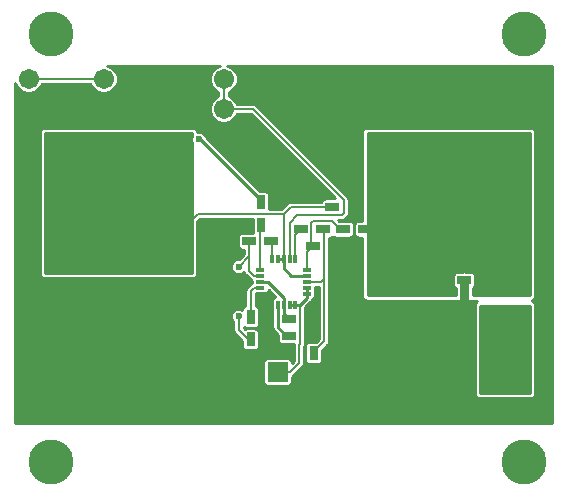
<source format=gbl>
G04 #@! TF.GenerationSoftware,KiCad,Pcbnew,(5.0.2)-1*
G04 #@! TF.CreationDate,2019-01-24T20:45:34+08:00*
G04 #@! TF.ProjectId,Inverter Trial 2,496e7665-7274-4657-9220-547269616c20,rev?*
G04 #@! TF.SameCoordinates,Original*
G04 #@! TF.FileFunction,Copper,L2,Bot*
G04 #@! TF.FilePolarity,Positive*
%FSLAX46Y46*%
G04 Gerber Fmt 4.6, Leading zero omitted, Abs format (unit mm)*
G04 Created by KiCad (PCBNEW (5.0.2)-1) date 01/24/19 20:45:34*
%MOMM*%
%LPD*%
G01*
G04 APERTURE LIST*
G04 #@! TA.AperFunction,ComponentPad*
%ADD10C,3.800000*%
G04 #@! TD*
G04 #@! TA.AperFunction,SMDPad,CuDef*
%ADD11R,0.730000X0.300000*%
G04 #@! TD*
G04 #@! TA.AperFunction,SMDPad,CuDef*
%ADD12R,0.300000X0.730000*%
G04 #@! TD*
G04 #@! TA.AperFunction,SMDPad,CuDef*
%ADD13R,2.500000X4.000000*%
G04 #@! TD*
G04 #@! TA.AperFunction,SMDPad,CuDef*
%ADD14R,1.200000X0.750000*%
G04 #@! TD*
G04 #@! TA.AperFunction,ComponentPad*
%ADD15C,1.716000*%
G04 #@! TD*
G04 #@! TA.AperFunction,ComponentPad*
%ADD16R,1.716000X1.716000*%
G04 #@! TD*
G04 #@! TA.AperFunction,ComponentPad*
%ADD17C,2.216000*%
G04 #@! TD*
G04 #@! TA.AperFunction,ComponentPad*
%ADD18R,2.216000X2.216000*%
G04 #@! TD*
G04 #@! TA.AperFunction,SMDPad,CuDef*
%ADD19R,0.750000X1.200000*%
G04 #@! TD*
G04 #@! TA.AperFunction,ViaPad*
%ADD20C,0.900000*%
G04 #@! TD*
G04 #@! TA.AperFunction,ViaPad*
%ADD21C,0.600000*%
G04 #@! TD*
G04 #@! TA.AperFunction,Conductor*
%ADD22C,0.203200*%
G04 #@! TD*
G04 #@! TA.AperFunction,Conductor*
%ADD23C,0.800000*%
G04 #@! TD*
G04 #@! TA.AperFunction,Conductor*
%ADD24C,0.250000*%
G04 #@! TD*
G04 #@! TA.AperFunction,Conductor*
%ADD25C,0.254000*%
G04 #@! TD*
G04 APERTURE END LIST*
D10*
G04 #@! TO.P,REF\002A\002A,1*
G04 #@! TO.N,N/C*
X192405000Y-30480000D03*
G04 #@! TD*
G04 #@! TO.P,REF\002A\002A,1*
G04 #@! TO.N,N/C*
X192405000Y-66675000D03*
G04 #@! TD*
G04 #@! TO.P,REF\002A\002A,1*
G04 #@! TO.N,N/C*
X152400000Y-66675000D03*
G04 #@! TD*
D11*
G04 #@! TO.P,U1,20*
G04 #@! TO.N,Net-(R4-Pad2)*
X170130000Y-50435000D03*
G04 #@! TO.P,U1,19*
G04 #@! TO.N,Net-(C8-Pad2)*
X170130000Y-50935000D03*
G04 #@! TO.P,U1,18*
G04 #@! TO.N,Net-(C4-Pad1)*
X170130000Y-51435000D03*
G04 #@! TO.P,U1,17*
G04 #@! TO.N,Net-(R5-Pad2)*
X170130000Y-51935000D03*
G04 #@! TO.P,U1,16*
G04 #@! TO.N,GND*
X170130000Y-52435000D03*
D12*
G04 #@! TO.P,U1,15*
X171095000Y-53400000D03*
G04 #@! TO.P,U1,14*
G04 #@! TO.N,Net-(C7-Pad1)*
X171595000Y-53400000D03*
G04 #@! TO.P,U1,13*
G04 #@! TO.N,Net-(C4-Pad1)*
X172095000Y-53400000D03*
G04 #@! TO.P,U1,12*
G04 #@! TO.N,Net-(C12-Pad1)*
X172595000Y-53400000D03*
G04 #@! TO.P,U1,11*
X173095000Y-53400000D03*
D11*
G04 #@! TO.P,U1,10*
X174060000Y-52435000D03*
G04 #@! TO.P,U1,9*
X174060000Y-51935000D03*
G04 #@! TO.P,U1,8*
G04 #@! TO.N,Net-(R2-Pad1)*
X174060000Y-51435000D03*
G04 #@! TO.P,U1,7*
G04 #@! TO.N,Net-(C1-Pad1)*
X174060000Y-50935000D03*
G04 #@! TO.P,U1,6*
G04 #@! TO.N,/Vfb*
X174060000Y-50435000D03*
D12*
G04 #@! TO.P,U1,5*
G04 #@! TO.N,Net-(R2-Pad2)*
X173095000Y-49470000D03*
G04 #@! TO.P,U1,4*
G04 #@! TO.N,Net-(C5-Pad1)*
X172595000Y-49470000D03*
G04 #@! TO.P,U1,3*
G04 #@! TO.N,Net-(C1-Pad1)*
X172095000Y-49470000D03*
G04 #@! TO.P,U1,2*
X171595000Y-49470000D03*
G04 #@! TO.P,U1,1*
G04 #@! TO.N,Net-(C8-Pad1)*
X171095000Y-49470000D03*
G04 #@! TD*
D13*
G04 #@! TO.P,C2,1*
G04 #@! TO.N,Net-(C1-Pad1)*
X163195000Y-48070000D03*
G04 #@! TO.P,C2,2*
G04 #@! TO.N,GND*
X163195000Y-56070000D03*
G04 #@! TD*
D14*
G04 #@! TO.P,C3,2*
G04 #@! TO.N,GND*
X178115000Y-45085000D03*
G04 #@! TO.P,C3,1*
G04 #@! TO.N,Net-(C1-Pad1)*
X176215000Y-45085000D03*
G04 #@! TD*
G04 #@! TO.P,C4,1*
G04 #@! TO.N,Net-(C4-Pad1)*
X172532000Y-54610000D03*
G04 #@! TO.P,C4,2*
G04 #@! TO.N,GND*
X174432000Y-54610000D03*
G04 #@! TD*
D15*
G04 #@! TO.P,C5,2*
G04 #@! TO.N,GND*
X161925000Y-36830000D03*
X164465000Y-36830000D03*
G04 #@! TO.P,C5,1*
G04 #@! TO.N,Net-(C5-Pad1)*
X167005000Y-36830000D03*
G04 #@! TD*
G04 #@! TO.P,C6,1*
G04 #@! TO.N,Net-(C6-Pad1)*
X150495000Y-34290000D03*
G04 #@! TO.P,C6,2*
G04 #@! TO.N,GND*
X150495000Y-36830000D03*
X150495000Y-39370000D03*
G04 #@! TD*
D14*
G04 #@! TO.P,C7,2*
G04 #@! TO.N,GND*
X174432000Y-56007000D03*
G04 #@! TO.P,C7,1*
G04 #@! TO.N,Net-(C7-Pad1)*
X172532000Y-56007000D03*
G04 #@! TD*
G04 #@! TO.P,C8,1*
G04 #@! TO.N,Net-(C8-Pad1)*
X171064000Y-48006000D03*
G04 #@! TO.P,C8,2*
G04 #@! TO.N,Net-(C8-Pad2)*
X169164000Y-48006000D03*
G04 #@! TD*
D13*
G04 #@! TO.P,C10,1*
G04 #@! TO.N,Net-(C10-Pad1)*
X180975000Y-50610000D03*
G04 #@! TO.P,C10,2*
G04 #@! TO.N,GND*
X180975000Y-58610000D03*
G04 #@! TD*
D14*
G04 #@! TO.P,C11,1*
G04 #@! TO.N,Net-(C10-Pad1)*
X189291000Y-51308000D03*
G04 #@! TO.P,C11,2*
G04 #@! TO.N,GND*
X187391000Y-51308000D03*
G04 #@! TD*
D15*
G04 #@! TO.P,C12,2*
G04 #@! TO.N,GND*
X171577000Y-61595000D03*
D16*
G04 #@! TO.P,C12,1*
G04 #@! TO.N,Net-(C12-Pad1)*
X171577000Y-59055000D03*
G04 #@! TD*
D17*
G04 #@! TO.P,J1,2*
G04 #@! TO.N,Net-(C1-Pad1)*
X153035000Y-49530000D03*
D18*
G04 #@! TO.P,J1,1*
X153035000Y-44450000D03*
G04 #@! TD*
G04 #@! TO.P,J2,1*
G04 #@! TO.N,GND*
X153035000Y-54610000D03*
D17*
G04 #@! TO.P,J2,2*
X153035000Y-59690000D03*
G04 #@! TD*
D18*
G04 #@! TO.P,J3,1*
G04 #@! TO.N,Net-(C10-Pad1)*
X191770000Y-44450000D03*
D17*
G04 #@! TO.P,J3,2*
X191770000Y-49530000D03*
G04 #@! TD*
G04 #@! TO.P,J4,2*
G04 #@! TO.N,Net-(J4-Pad1)*
X191770000Y-59690000D03*
D18*
G04 #@! TO.P,J4,1*
X191770000Y-54610000D03*
G04 #@! TD*
D15*
G04 #@! TO.P,R1,2*
G04 #@! TO.N,Net-(C5-Pad1)*
X167005000Y-34290000D03*
G04 #@! TO.P,R1,1*
G04 #@! TO.N,Net-(C6-Pad1)*
X156845000Y-34290000D03*
G04 #@! TD*
D14*
G04 #@! TO.P,R2,1*
G04 #@! TO.N,Net-(R2-Pad1)*
X175448000Y-46990000D03*
G04 #@! TO.P,R2,2*
G04 #@! TO.N,Net-(R2-Pad2)*
X173548000Y-46990000D03*
G04 #@! TD*
D19*
G04 #@! TO.P,R3,1*
G04 #@! TO.N,GND*
X174625000Y-59370000D03*
G04 #@! TO.P,R3,2*
G04 #@! TO.N,Net-(R2-Pad1)*
X174625000Y-57470000D03*
G04 #@! TD*
G04 #@! TO.P,R4,1*
G04 #@! TO.N,Net-(Q1-Pad4)*
X170180000Y-44704000D03*
G04 #@! TO.P,R4,2*
G04 #@! TO.N,Net-(R4-Pad2)*
X170180000Y-46604000D03*
G04 #@! TD*
G04 #@! TO.P,R5,2*
G04 #@! TO.N,Net-(R5-Pad2)*
X169291000Y-54422000D03*
G04 #@! TO.P,R5,1*
G04 #@! TO.N,Net-(Q2-Pad4)*
X169291000Y-56322000D03*
G04 #@! TD*
D14*
G04 #@! TO.P,R6,2*
G04 #@! TO.N,Net-(C10-Pad1)*
X179004000Y-46990000D03*
G04 #@! TO.P,R6,1*
G04 #@! TO.N,/Vfb*
X177104000Y-46990000D03*
G04 #@! TD*
G04 #@! TO.P,R7,2*
G04 #@! TO.N,/Vfb*
X174564000Y-48387000D03*
G04 #@! TO.P,R7,1*
G04 #@! TO.N,GND*
X176464000Y-48387000D03*
G04 #@! TD*
G04 #@! TO.P,R9,1*
G04 #@! TO.N,GND*
X187330000Y-53975000D03*
G04 #@! TO.P,R9,2*
G04 #@! TO.N,Net-(J4-Pad1)*
X189230000Y-53975000D03*
G04 #@! TD*
G04 #@! TO.P,R10,2*
G04 #@! TO.N,Net-(J4-Pad1)*
X189230000Y-55880000D03*
G04 #@! TO.P,R10,1*
G04 #@! TO.N,GND*
X187330000Y-55880000D03*
G04 #@! TD*
G04 #@! TO.P,R11,1*
G04 #@! TO.N,GND*
X187330000Y-57785000D03*
G04 #@! TO.P,R11,2*
G04 #@! TO.N,Net-(J4-Pad1)*
X189230000Y-57785000D03*
G04 #@! TD*
G04 #@! TO.P,R12,2*
G04 #@! TO.N,Net-(J4-Pad1)*
X189230000Y-59690000D03*
G04 #@! TO.P,R12,1*
G04 #@! TO.N,GND*
X187330000Y-59690000D03*
G04 #@! TD*
D10*
G04 #@! TO.P,REF\002A\002A,1*
G04 #@! TO.N,N/C*
X152400000Y-30480000D03*
G04 #@! TD*
D20*
G04 #@! TO.N,GND*
X158115000Y-59690000D03*
X160020000Y-59690000D03*
X161925000Y-59690000D03*
X163830000Y-59690000D03*
X165735000Y-59690000D03*
X183515000Y-60960000D03*
X181610000Y-61595000D03*
X179705000Y-61595000D03*
X178435000Y-60960000D03*
G04 #@! TO.N,Net-(C1-Pad1)*
X158750000Y-40005000D03*
X158750000Y-42545000D03*
X158750000Y-45085000D03*
X161290000Y-45085000D03*
X163830000Y-45085000D03*
X157480000Y-43815000D03*
X157480000Y-41275000D03*
D21*
G04 #@! TO.N,Net-(C8-Pad2)*
X168275000Y-50165000D03*
D20*
G04 #@! TO.N,Net-(C10-Pad1)*
X186055000Y-40005000D03*
X187325000Y-40005000D03*
X188595000Y-40005000D03*
X189865000Y-40005000D03*
X191135000Y-40005000D03*
X184785000Y-45085000D03*
X186055000Y-46355000D03*
X186055000Y-42545000D03*
X184785000Y-47625000D03*
D21*
G04 #@! TO.N,Net-(Q1-Pad4)*
X164910002Y-39370000D03*
G04 #@! TO.N,Net-(Q2-Pad4)*
X168275000Y-54356000D03*
G04 #@! TD*
D22*
G04 #@! TO.N,GND*
X174207000Y-56007000D02*
X174432000Y-56007000D01*
X187391000Y-53914000D02*
X187330000Y-53975000D01*
D23*
X187391000Y-51308000D02*
X187391000Y-53914000D01*
D24*
G04 #@! TO.N,Net-(C1-Pad1)*
X171595000Y-49470000D02*
X172095000Y-49470000D01*
X174060000Y-50935000D02*
X172728000Y-50935000D01*
X172095000Y-50302000D02*
X172095000Y-49470000D01*
X172728000Y-50935000D02*
X172095000Y-50302000D01*
D22*
X172095000Y-48901800D02*
X172095000Y-49470000D01*
X172095000Y-46925118D02*
X172095000Y-48901800D01*
X163195000Y-47320000D02*
X163195000Y-48070000D01*
X164812601Y-45702399D02*
X163195000Y-47320000D01*
X171051399Y-45702399D02*
X164812601Y-45702399D01*
X171069000Y-45720000D02*
X171051399Y-45702399D01*
X172339000Y-45466000D02*
X172085000Y-45720000D01*
X172085000Y-45720000D02*
X171069000Y-45720000D01*
X172095000Y-45710000D02*
X172339000Y-45466000D01*
X172095000Y-46925118D02*
X172095000Y-45710000D01*
X176215000Y-45085000D02*
X172720000Y-45085000D01*
X172720000Y-45085000D02*
X172339000Y-45466000D01*
D24*
G04 #@! TO.N,Net-(C4-Pad1)*
X172095000Y-52785000D02*
X172095000Y-53400000D01*
X170745000Y-51435000D02*
X172095000Y-52785000D01*
X170130000Y-51435000D02*
X170745000Y-51435000D01*
X172095000Y-54173000D02*
X172532000Y-54610000D01*
X172095000Y-53400000D02*
X172095000Y-54173000D01*
D22*
G04 #@! TO.N,Net-(C5-Pad1)*
X167005000Y-34290000D02*
X167005000Y-36830000D01*
X177056281Y-45761601D02*
X177165000Y-45652882D01*
X173258517Y-45761601D02*
X177056281Y-45761601D01*
X172595000Y-49470000D02*
X172595000Y-46425118D01*
X172595000Y-46425118D02*
X173258517Y-45761601D01*
X168218395Y-36830000D02*
X167005000Y-36830000D01*
X169477882Y-36830000D02*
X168218395Y-36830000D01*
X177165000Y-44517118D02*
X169477882Y-36830000D01*
X177165000Y-45652882D02*
X177165000Y-44517118D01*
G04 #@! TO.N,Net-(C6-Pad1)*
X150495000Y-34290000D02*
X156845000Y-34290000D01*
D24*
G04 #@! TO.N,Net-(C7-Pad1)*
X172307000Y-56007000D02*
X172532000Y-56007000D01*
X171595000Y-55295000D02*
X172307000Y-56007000D01*
X171595000Y-53400000D02*
X171595000Y-55295000D01*
D22*
G04 #@! TO.N,Net-(C8-Pad1)*
X171095000Y-48037000D02*
X171064000Y-48006000D01*
X171095000Y-49470000D02*
X171095000Y-48037000D01*
G04 #@! TO.N,Net-(C8-Pad2)*
X169164000Y-48584200D02*
X169164000Y-48006000D01*
X169164000Y-50537200D02*
X169164000Y-48584200D01*
X169561800Y-50935000D02*
X169164000Y-50537200D01*
X170130000Y-50935000D02*
X169561800Y-50935000D01*
X169164000Y-48006000D02*
X169164000Y-49276000D01*
X169164000Y-49276000D02*
X168275000Y-50165000D01*
G04 #@! TO.N,Net-(C10-Pad1)*
X190662001Y-50637999D02*
X191770000Y-49530000D01*
X189992000Y-51308000D02*
X190662001Y-50637999D01*
X189291000Y-51308000D02*
X189992000Y-51308000D01*
X182055000Y-49530000D02*
X180975000Y-50610000D01*
D24*
G04 #@! TO.N,Net-(C12-Pad1)*
X172595000Y-53400000D02*
X173095000Y-53400000D01*
X174060000Y-52835000D02*
X174060000Y-52435000D01*
X173095000Y-53400000D02*
X173495000Y-53400000D01*
X173495000Y-53400000D02*
X174060000Y-52835000D01*
X174060000Y-51935000D02*
X174060000Y-52435000D01*
D22*
X172638200Y-59055000D02*
X171577000Y-59055000D01*
X173372601Y-58320599D02*
X172638200Y-59055000D01*
X173372601Y-56787719D02*
X173372601Y-58320599D01*
X173495000Y-56665320D02*
X173372601Y-56787719D01*
X173495000Y-53400000D02*
X173495000Y-56665320D01*
D24*
G04 #@! TO.N,Net-(Q1-Pad4)*
X165009002Y-39370000D02*
X164910002Y-39370000D01*
X170138999Y-44499997D02*
X165009002Y-39370000D01*
D22*
X165071000Y-39370000D02*
X164910002Y-39370000D01*
X170180000Y-44479000D02*
X165071000Y-39370000D01*
X170180000Y-44704000D02*
X170180000Y-44479000D01*
G04 #@! TO.N,Net-(Q2-Pad4)*
X169291000Y-56322000D02*
X169291000Y-56097000D01*
X169098000Y-56322000D02*
X169291000Y-56322000D01*
X168275000Y-54356000D02*
X168275000Y-55499000D01*
X168275000Y-55499000D02*
X169098000Y-56322000D01*
G04 #@! TO.N,Net-(R2-Pad1)*
X174596000Y-57404000D02*
X174371000Y-57404000D01*
X175509000Y-56491000D02*
X174596000Y-57404000D01*
X175255000Y-51435000D02*
X175509000Y-51181000D01*
X174060000Y-51435000D02*
X175255000Y-51435000D01*
X175509000Y-51181000D02*
X175509000Y-56491000D01*
X175514000Y-47056000D02*
X175448000Y-46990000D01*
X175514000Y-47625000D02*
X175514000Y-47056000D01*
X175509000Y-51181000D02*
X175509000Y-47630000D01*
X175509000Y-47630000D02*
X175514000Y-47625000D01*
G04 #@! TO.N,Net-(R2-Pad2)*
X173095000Y-47443000D02*
X173548000Y-46990000D01*
X173095000Y-49470000D02*
X173095000Y-47443000D01*
G04 #@! TO.N,Net-(R4-Pad2)*
X170130000Y-46654000D02*
X170180000Y-46604000D01*
X170130000Y-50435000D02*
X170130000Y-46654000D01*
G04 #@! TO.N,Net-(R5-Pad2)*
X169561800Y-51935000D02*
X170130000Y-51935000D01*
X169291000Y-52205800D02*
X169561800Y-51935000D01*
X169291000Y-54422000D02*
X169291000Y-52205800D01*
G04 #@! TO.N,/Vfb*
X174060000Y-48891000D02*
X174564000Y-48387000D01*
X174060000Y-50435000D02*
X174060000Y-48891000D01*
X176202399Y-46313399D02*
X174606719Y-46313399D01*
X176879000Y-46990000D02*
X176202399Y-46313399D01*
X174606719Y-46313399D02*
X174449601Y-46470517D01*
X177104000Y-46990000D02*
X176879000Y-46990000D01*
X174449601Y-47498000D02*
X174449601Y-47694401D01*
X174449601Y-46470517D02*
X174449601Y-47498000D01*
X174449601Y-48272601D02*
X174564000Y-48387000D01*
X174449601Y-47498000D02*
X174449601Y-48272601D01*
G04 #@! TD*
D25*
G04 #@! TO.N,Net-(J4-Pad1)*
G36*
X192913000Y-60833000D02*
X188722000Y-60833000D01*
X188722000Y-53467000D01*
X192913000Y-53467000D01*
X192913000Y-60833000D01*
X192913000Y-60833000D01*
G37*
X192913000Y-60833000D02*
X188722000Y-60833000D01*
X188722000Y-53467000D01*
X192913000Y-53467000D01*
X192913000Y-60833000D01*
G04 #@! TO.N,GND*
G36*
X166333751Y-33285405D02*
X166000405Y-33618751D01*
X165820000Y-34054289D01*
X165820000Y-34525711D01*
X166000405Y-34961249D01*
X166333751Y-35294595D01*
X166576400Y-35395103D01*
X166576401Y-35724897D01*
X166333751Y-35825405D01*
X166000405Y-36158751D01*
X165820000Y-36594289D01*
X165820000Y-37065711D01*
X166000405Y-37501249D01*
X166333751Y-37834595D01*
X166769289Y-38015000D01*
X167240711Y-38015000D01*
X167676249Y-37834595D01*
X168009595Y-37501249D01*
X168110103Y-37258600D01*
X169300352Y-37258600D01*
X176418344Y-44376594D01*
X175615000Y-44376594D01*
X175487411Y-44401973D01*
X175379246Y-44474246D01*
X175306973Y-44582411D01*
X175292256Y-44656400D01*
X172762204Y-44656400D01*
X172719999Y-44648005D01*
X172677794Y-44656400D01*
X172677790Y-44656400D01*
X172552769Y-44681268D01*
X172410997Y-44775997D01*
X172387086Y-44811782D01*
X172065783Y-45133087D01*
X172065781Y-45133088D01*
X171907470Y-45291400D01*
X171182096Y-45291400D01*
X171093609Y-45273799D01*
X171093608Y-45273799D01*
X171051399Y-45265403D01*
X171009190Y-45273799D01*
X170888406Y-45273799D01*
X170888406Y-44104000D01*
X170863027Y-43976411D01*
X170790754Y-43868246D01*
X170682589Y-43795973D01*
X170555000Y-43770594D01*
X170077726Y-43770594D01*
X165526105Y-39218975D01*
X165441547Y-39014833D01*
X165265169Y-38838455D01*
X165034720Y-38743000D01*
X164792000Y-38743000D01*
X164792000Y-38735000D01*
X164767109Y-38609863D01*
X164696224Y-38503776D01*
X164590137Y-38432891D01*
X164465000Y-38408000D01*
X151765000Y-38408000D01*
X151639863Y-38432891D01*
X151533776Y-38503776D01*
X151462891Y-38609863D01*
X151438000Y-38735000D01*
X151438000Y-50800000D01*
X151462891Y-50925137D01*
X151533776Y-51031224D01*
X151639863Y-51102109D01*
X151765000Y-51127000D01*
X164465000Y-51127000D01*
X164590137Y-51102109D01*
X164696224Y-51031224D01*
X164767109Y-50925137D01*
X164792000Y-50800000D01*
X164792000Y-46329132D01*
X164990133Y-46130999D01*
X169471594Y-46130999D01*
X169471594Y-47204000D01*
X169490211Y-47297594D01*
X168564000Y-47297594D01*
X168436411Y-47322973D01*
X168328246Y-47395246D01*
X168255973Y-47503411D01*
X168230594Y-47631000D01*
X168230594Y-48381000D01*
X168255973Y-48508589D01*
X168328246Y-48616754D01*
X168436411Y-48689027D01*
X168564000Y-48714406D01*
X168735401Y-48714406D01*
X168735401Y-49098468D01*
X168295869Y-49538000D01*
X168150282Y-49538000D01*
X167919833Y-49633455D01*
X167743455Y-49809833D01*
X167648000Y-50040282D01*
X167648000Y-50289718D01*
X167743455Y-50520167D01*
X167919833Y-50696545D01*
X168150282Y-50792000D01*
X168399718Y-50792000D01*
X168630167Y-50696545D01*
X168737375Y-50589337D01*
X168760268Y-50704430D01*
X168854997Y-50846203D01*
X168890787Y-50870117D01*
X169228886Y-51208218D01*
X169252797Y-51244003D01*
X169394569Y-51338732D01*
X169431594Y-51346097D01*
X169431594Y-51523903D01*
X169394569Y-51531268D01*
X169252797Y-51625997D01*
X169228884Y-51661785D01*
X169017785Y-51872885D01*
X168981998Y-51896797D01*
X168919036Y-51991027D01*
X168887269Y-52038569D01*
X168854004Y-52205800D01*
X168862401Y-52248014D01*
X168862400Y-53499256D01*
X168788411Y-53513973D01*
X168680246Y-53586246D01*
X168607973Y-53694411D01*
X168585764Y-53806063D01*
X168399718Y-53729000D01*
X168150282Y-53729000D01*
X167919833Y-53824455D01*
X167743455Y-54000833D01*
X167648000Y-54231282D01*
X167648000Y-54480718D01*
X167743455Y-54711167D01*
X167846400Y-54814112D01*
X167846401Y-55456787D01*
X167838004Y-55499000D01*
X167856983Y-55594411D01*
X167871269Y-55666231D01*
X167965998Y-55808003D01*
X168001785Y-55831915D01*
X168582594Y-56412725D01*
X168582594Y-56922000D01*
X168607973Y-57049589D01*
X168680246Y-57157754D01*
X168788411Y-57230027D01*
X168916000Y-57255406D01*
X169666000Y-57255406D01*
X169793589Y-57230027D01*
X169901754Y-57157754D01*
X169974027Y-57049589D01*
X169999406Y-56922000D01*
X169999406Y-55722000D01*
X169974027Y-55594411D01*
X169901754Y-55486246D01*
X169793589Y-55413973D01*
X169666000Y-55388594D01*
X168916000Y-55388594D01*
X168794827Y-55412697D01*
X168703600Y-55321470D01*
X168703600Y-55273359D01*
X168788411Y-55330027D01*
X168916000Y-55355406D01*
X169666000Y-55355406D01*
X169793589Y-55330027D01*
X169901754Y-55257754D01*
X169974027Y-55149589D01*
X169999406Y-55022000D01*
X169999406Y-53822000D01*
X169974027Y-53694411D01*
X169901754Y-53586246D01*
X169793589Y-53513973D01*
X169719600Y-53499256D01*
X169719600Y-52409375D01*
X169765000Y-52418406D01*
X170495000Y-52418406D01*
X170622589Y-52393027D01*
X170730754Y-52320754D01*
X170803027Y-52212589D01*
X170816356Y-52145580D01*
X171384419Y-52713644D01*
X171317411Y-52726973D01*
X171209246Y-52799246D01*
X171136973Y-52907411D01*
X171111594Y-53035000D01*
X171111594Y-53765000D01*
X171136973Y-53892589D01*
X171143000Y-53901610D01*
X171143001Y-55250478D01*
X171134145Y-55295000D01*
X171169225Y-55471361D01*
X171191702Y-55505000D01*
X171269127Y-55620874D01*
X171306867Y-55646091D01*
X171598594Y-55937818D01*
X171598594Y-56382000D01*
X171623973Y-56509589D01*
X171696246Y-56617754D01*
X171804411Y-56690027D01*
X171932000Y-56715406D01*
X172949989Y-56715406D01*
X172944001Y-56745509D01*
X172935605Y-56787719D01*
X172944001Y-56829928D01*
X172944002Y-58143067D01*
X172768406Y-58318663D01*
X172768406Y-58197000D01*
X172743027Y-58069411D01*
X172670754Y-57961246D01*
X172562589Y-57888973D01*
X172435000Y-57863594D01*
X170719000Y-57863594D01*
X170591411Y-57888973D01*
X170483246Y-57961246D01*
X170410973Y-58069411D01*
X170385594Y-58197000D01*
X170385594Y-59913000D01*
X170410973Y-60040589D01*
X170483246Y-60148754D01*
X170591411Y-60221027D01*
X170719000Y-60246406D01*
X172435000Y-60246406D01*
X172562589Y-60221027D01*
X172670754Y-60148754D01*
X172743027Y-60040589D01*
X172768406Y-59913000D01*
X172768406Y-59466097D01*
X172805431Y-59458732D01*
X172947203Y-59364003D01*
X172971117Y-59328213D01*
X173645819Y-58653513D01*
X173681604Y-58629602D01*
X173776333Y-58487830D01*
X173801201Y-58362809D01*
X173801201Y-58362808D01*
X173809597Y-58320599D01*
X173801201Y-58278390D01*
X173801201Y-56976195D01*
X173804003Y-56974323D01*
X173898732Y-56832551D01*
X173923600Y-56707530D01*
X173923600Y-56707529D01*
X173931996Y-56665321D01*
X173923600Y-56623112D01*
X173923600Y-53610624D01*
X174348134Y-53186091D01*
X174385874Y-53160874D01*
X174485775Y-53011362D01*
X174507530Y-52901990D01*
X174552589Y-52893027D01*
X174660754Y-52820754D01*
X174733027Y-52712589D01*
X174758406Y-52585000D01*
X174758406Y-52285000D01*
X174738515Y-52185000D01*
X174758406Y-52085000D01*
X174758406Y-51863600D01*
X175080400Y-51863600D01*
X175080401Y-56313468D01*
X174857275Y-56536594D01*
X174250000Y-56536594D01*
X174122411Y-56561973D01*
X174014246Y-56634246D01*
X173941973Y-56742411D01*
X173916594Y-56870000D01*
X173916594Y-58070000D01*
X173941973Y-58197589D01*
X174014246Y-58305754D01*
X174122411Y-58378027D01*
X174250000Y-58403406D01*
X175000000Y-58403406D01*
X175127589Y-58378027D01*
X175235754Y-58305754D01*
X175308027Y-58197589D01*
X175333406Y-58070000D01*
X175333406Y-57272724D01*
X175782216Y-56823915D01*
X175818003Y-56800003D01*
X175912732Y-56658231D01*
X175937600Y-56533210D01*
X175937600Y-56533209D01*
X175945996Y-56491000D01*
X175937600Y-56448791D01*
X175937600Y-51223209D01*
X175945996Y-51181001D01*
X175937600Y-51138790D01*
X175937600Y-47698406D01*
X176048000Y-47698406D01*
X176175589Y-47673027D01*
X176276000Y-47605935D01*
X176376411Y-47673027D01*
X176504000Y-47698406D01*
X177704000Y-47698406D01*
X177831589Y-47673027D01*
X177939754Y-47600754D01*
X178012027Y-47492589D01*
X178037406Y-47365000D01*
X178037406Y-46615000D01*
X178070594Y-46615000D01*
X178070594Y-47365000D01*
X178095973Y-47492589D01*
X178168246Y-47600754D01*
X178276411Y-47673027D01*
X178404000Y-47698406D01*
X178743000Y-47698406D01*
X178743000Y-52705000D01*
X178767891Y-52830137D01*
X178838776Y-52936224D01*
X178944863Y-53007109D01*
X179070000Y-53032000D01*
X188499479Y-53032000D01*
X188469863Y-53037891D01*
X188363776Y-53108776D01*
X188292891Y-53214863D01*
X188268000Y-53340000D01*
X188268000Y-60960000D01*
X188292891Y-61085137D01*
X188363776Y-61191224D01*
X188469863Y-61262109D01*
X188595000Y-61287000D01*
X193040000Y-61287000D01*
X193165137Y-61262109D01*
X193271224Y-61191224D01*
X193342109Y-61085137D01*
X193367000Y-60960000D01*
X193367000Y-53340000D01*
X193342109Y-53214863D01*
X193271224Y-53108776D01*
X193165137Y-53037891D01*
X193087760Y-53022500D01*
X193165137Y-53007109D01*
X193271224Y-52936224D01*
X193342109Y-52830137D01*
X193367000Y-52705000D01*
X193367000Y-38735000D01*
X193342109Y-38609863D01*
X193271224Y-38503776D01*
X193165137Y-38432891D01*
X193040000Y-38408000D01*
X179070000Y-38408000D01*
X178944863Y-38432891D01*
X178838776Y-38503776D01*
X178767891Y-38609863D01*
X178743000Y-38735000D01*
X178743000Y-46281594D01*
X178404000Y-46281594D01*
X178276411Y-46306973D01*
X178168246Y-46379246D01*
X178095973Y-46487411D01*
X178070594Y-46615000D01*
X178037406Y-46615000D01*
X178012027Y-46487411D01*
X177939754Y-46379246D01*
X177831589Y-46306973D01*
X177704000Y-46281594D01*
X176776725Y-46281594D01*
X176685332Y-46190201D01*
X177014072Y-46190201D01*
X177056281Y-46198597D01*
X177098490Y-46190201D01*
X177098491Y-46190201D01*
X177223512Y-46165333D01*
X177365284Y-46070604D01*
X177389198Y-46034815D01*
X177438215Y-45985798D01*
X177474003Y-45961885D01*
X177568732Y-45820113D01*
X177593600Y-45695092D01*
X177593600Y-45695091D01*
X177601996Y-45652882D01*
X177593600Y-45610673D01*
X177593600Y-44559328D01*
X177601996Y-44517118D01*
X177568732Y-44349886D01*
X177497913Y-44243899D01*
X177474003Y-44208115D01*
X177438219Y-44184205D01*
X169810799Y-36556787D01*
X169786885Y-36520997D01*
X169645113Y-36426268D01*
X169520092Y-36401400D01*
X169520091Y-36401400D01*
X169477882Y-36393004D01*
X169435673Y-36401400D01*
X168110103Y-36401400D01*
X168009595Y-36158751D01*
X167676249Y-35825405D01*
X167433600Y-35724897D01*
X167433600Y-35395103D01*
X167676249Y-35294595D01*
X168009595Y-34961249D01*
X168190000Y-34525711D01*
X168190000Y-34054289D01*
X168009595Y-33618751D01*
X167676249Y-33285405D01*
X167342108Y-33147000D01*
X194818000Y-33147000D01*
X194818000Y-63373000D01*
X149352000Y-63373000D01*
X149352000Y-34627108D01*
X149490405Y-34961249D01*
X149823751Y-35294595D01*
X150259289Y-35475000D01*
X150730711Y-35475000D01*
X151166249Y-35294595D01*
X151499595Y-34961249D01*
X151600103Y-34718600D01*
X155739897Y-34718600D01*
X155840405Y-34961249D01*
X156173751Y-35294595D01*
X156609289Y-35475000D01*
X157080711Y-35475000D01*
X157516249Y-35294595D01*
X157849595Y-34961249D01*
X158030000Y-34525711D01*
X158030000Y-34054289D01*
X157849595Y-33618751D01*
X157516249Y-33285405D01*
X157182108Y-33147000D01*
X166667892Y-33147000D01*
X166333751Y-33285405D01*
X166333751Y-33285405D01*
G37*
X166333751Y-33285405D02*
X166000405Y-33618751D01*
X165820000Y-34054289D01*
X165820000Y-34525711D01*
X166000405Y-34961249D01*
X166333751Y-35294595D01*
X166576400Y-35395103D01*
X166576401Y-35724897D01*
X166333751Y-35825405D01*
X166000405Y-36158751D01*
X165820000Y-36594289D01*
X165820000Y-37065711D01*
X166000405Y-37501249D01*
X166333751Y-37834595D01*
X166769289Y-38015000D01*
X167240711Y-38015000D01*
X167676249Y-37834595D01*
X168009595Y-37501249D01*
X168110103Y-37258600D01*
X169300352Y-37258600D01*
X176418344Y-44376594D01*
X175615000Y-44376594D01*
X175487411Y-44401973D01*
X175379246Y-44474246D01*
X175306973Y-44582411D01*
X175292256Y-44656400D01*
X172762204Y-44656400D01*
X172719999Y-44648005D01*
X172677794Y-44656400D01*
X172677790Y-44656400D01*
X172552769Y-44681268D01*
X172410997Y-44775997D01*
X172387086Y-44811782D01*
X172065783Y-45133087D01*
X172065781Y-45133088D01*
X171907470Y-45291400D01*
X171182096Y-45291400D01*
X171093609Y-45273799D01*
X171093608Y-45273799D01*
X171051399Y-45265403D01*
X171009190Y-45273799D01*
X170888406Y-45273799D01*
X170888406Y-44104000D01*
X170863027Y-43976411D01*
X170790754Y-43868246D01*
X170682589Y-43795973D01*
X170555000Y-43770594D01*
X170077726Y-43770594D01*
X165526105Y-39218975D01*
X165441547Y-39014833D01*
X165265169Y-38838455D01*
X165034720Y-38743000D01*
X164792000Y-38743000D01*
X164792000Y-38735000D01*
X164767109Y-38609863D01*
X164696224Y-38503776D01*
X164590137Y-38432891D01*
X164465000Y-38408000D01*
X151765000Y-38408000D01*
X151639863Y-38432891D01*
X151533776Y-38503776D01*
X151462891Y-38609863D01*
X151438000Y-38735000D01*
X151438000Y-50800000D01*
X151462891Y-50925137D01*
X151533776Y-51031224D01*
X151639863Y-51102109D01*
X151765000Y-51127000D01*
X164465000Y-51127000D01*
X164590137Y-51102109D01*
X164696224Y-51031224D01*
X164767109Y-50925137D01*
X164792000Y-50800000D01*
X164792000Y-46329132D01*
X164990133Y-46130999D01*
X169471594Y-46130999D01*
X169471594Y-47204000D01*
X169490211Y-47297594D01*
X168564000Y-47297594D01*
X168436411Y-47322973D01*
X168328246Y-47395246D01*
X168255973Y-47503411D01*
X168230594Y-47631000D01*
X168230594Y-48381000D01*
X168255973Y-48508589D01*
X168328246Y-48616754D01*
X168436411Y-48689027D01*
X168564000Y-48714406D01*
X168735401Y-48714406D01*
X168735401Y-49098468D01*
X168295869Y-49538000D01*
X168150282Y-49538000D01*
X167919833Y-49633455D01*
X167743455Y-49809833D01*
X167648000Y-50040282D01*
X167648000Y-50289718D01*
X167743455Y-50520167D01*
X167919833Y-50696545D01*
X168150282Y-50792000D01*
X168399718Y-50792000D01*
X168630167Y-50696545D01*
X168737375Y-50589337D01*
X168760268Y-50704430D01*
X168854997Y-50846203D01*
X168890787Y-50870117D01*
X169228886Y-51208218D01*
X169252797Y-51244003D01*
X169394569Y-51338732D01*
X169431594Y-51346097D01*
X169431594Y-51523903D01*
X169394569Y-51531268D01*
X169252797Y-51625997D01*
X169228884Y-51661785D01*
X169017785Y-51872885D01*
X168981998Y-51896797D01*
X168919036Y-51991027D01*
X168887269Y-52038569D01*
X168854004Y-52205800D01*
X168862401Y-52248014D01*
X168862400Y-53499256D01*
X168788411Y-53513973D01*
X168680246Y-53586246D01*
X168607973Y-53694411D01*
X168585764Y-53806063D01*
X168399718Y-53729000D01*
X168150282Y-53729000D01*
X167919833Y-53824455D01*
X167743455Y-54000833D01*
X167648000Y-54231282D01*
X167648000Y-54480718D01*
X167743455Y-54711167D01*
X167846400Y-54814112D01*
X167846401Y-55456787D01*
X167838004Y-55499000D01*
X167856983Y-55594411D01*
X167871269Y-55666231D01*
X167965998Y-55808003D01*
X168001785Y-55831915D01*
X168582594Y-56412725D01*
X168582594Y-56922000D01*
X168607973Y-57049589D01*
X168680246Y-57157754D01*
X168788411Y-57230027D01*
X168916000Y-57255406D01*
X169666000Y-57255406D01*
X169793589Y-57230027D01*
X169901754Y-57157754D01*
X169974027Y-57049589D01*
X169999406Y-56922000D01*
X169999406Y-55722000D01*
X169974027Y-55594411D01*
X169901754Y-55486246D01*
X169793589Y-55413973D01*
X169666000Y-55388594D01*
X168916000Y-55388594D01*
X168794827Y-55412697D01*
X168703600Y-55321470D01*
X168703600Y-55273359D01*
X168788411Y-55330027D01*
X168916000Y-55355406D01*
X169666000Y-55355406D01*
X169793589Y-55330027D01*
X169901754Y-55257754D01*
X169974027Y-55149589D01*
X169999406Y-55022000D01*
X169999406Y-53822000D01*
X169974027Y-53694411D01*
X169901754Y-53586246D01*
X169793589Y-53513973D01*
X169719600Y-53499256D01*
X169719600Y-52409375D01*
X169765000Y-52418406D01*
X170495000Y-52418406D01*
X170622589Y-52393027D01*
X170730754Y-52320754D01*
X170803027Y-52212589D01*
X170816356Y-52145580D01*
X171384419Y-52713644D01*
X171317411Y-52726973D01*
X171209246Y-52799246D01*
X171136973Y-52907411D01*
X171111594Y-53035000D01*
X171111594Y-53765000D01*
X171136973Y-53892589D01*
X171143000Y-53901610D01*
X171143001Y-55250478D01*
X171134145Y-55295000D01*
X171169225Y-55471361D01*
X171191702Y-55505000D01*
X171269127Y-55620874D01*
X171306867Y-55646091D01*
X171598594Y-55937818D01*
X171598594Y-56382000D01*
X171623973Y-56509589D01*
X171696246Y-56617754D01*
X171804411Y-56690027D01*
X171932000Y-56715406D01*
X172949989Y-56715406D01*
X172944001Y-56745509D01*
X172935605Y-56787719D01*
X172944001Y-56829928D01*
X172944002Y-58143067D01*
X172768406Y-58318663D01*
X172768406Y-58197000D01*
X172743027Y-58069411D01*
X172670754Y-57961246D01*
X172562589Y-57888973D01*
X172435000Y-57863594D01*
X170719000Y-57863594D01*
X170591411Y-57888973D01*
X170483246Y-57961246D01*
X170410973Y-58069411D01*
X170385594Y-58197000D01*
X170385594Y-59913000D01*
X170410973Y-60040589D01*
X170483246Y-60148754D01*
X170591411Y-60221027D01*
X170719000Y-60246406D01*
X172435000Y-60246406D01*
X172562589Y-60221027D01*
X172670754Y-60148754D01*
X172743027Y-60040589D01*
X172768406Y-59913000D01*
X172768406Y-59466097D01*
X172805431Y-59458732D01*
X172947203Y-59364003D01*
X172971117Y-59328213D01*
X173645819Y-58653513D01*
X173681604Y-58629602D01*
X173776333Y-58487830D01*
X173801201Y-58362809D01*
X173801201Y-58362808D01*
X173809597Y-58320599D01*
X173801201Y-58278390D01*
X173801201Y-56976195D01*
X173804003Y-56974323D01*
X173898732Y-56832551D01*
X173923600Y-56707530D01*
X173923600Y-56707529D01*
X173931996Y-56665321D01*
X173923600Y-56623112D01*
X173923600Y-53610624D01*
X174348134Y-53186091D01*
X174385874Y-53160874D01*
X174485775Y-53011362D01*
X174507530Y-52901990D01*
X174552589Y-52893027D01*
X174660754Y-52820754D01*
X174733027Y-52712589D01*
X174758406Y-52585000D01*
X174758406Y-52285000D01*
X174738515Y-52185000D01*
X174758406Y-52085000D01*
X174758406Y-51863600D01*
X175080400Y-51863600D01*
X175080401Y-56313468D01*
X174857275Y-56536594D01*
X174250000Y-56536594D01*
X174122411Y-56561973D01*
X174014246Y-56634246D01*
X173941973Y-56742411D01*
X173916594Y-56870000D01*
X173916594Y-58070000D01*
X173941973Y-58197589D01*
X174014246Y-58305754D01*
X174122411Y-58378027D01*
X174250000Y-58403406D01*
X175000000Y-58403406D01*
X175127589Y-58378027D01*
X175235754Y-58305754D01*
X175308027Y-58197589D01*
X175333406Y-58070000D01*
X175333406Y-57272724D01*
X175782216Y-56823915D01*
X175818003Y-56800003D01*
X175912732Y-56658231D01*
X175937600Y-56533210D01*
X175937600Y-56533209D01*
X175945996Y-56491000D01*
X175937600Y-56448791D01*
X175937600Y-51223209D01*
X175945996Y-51181001D01*
X175937600Y-51138790D01*
X175937600Y-47698406D01*
X176048000Y-47698406D01*
X176175589Y-47673027D01*
X176276000Y-47605935D01*
X176376411Y-47673027D01*
X176504000Y-47698406D01*
X177704000Y-47698406D01*
X177831589Y-47673027D01*
X177939754Y-47600754D01*
X178012027Y-47492589D01*
X178037406Y-47365000D01*
X178037406Y-46615000D01*
X178070594Y-46615000D01*
X178070594Y-47365000D01*
X178095973Y-47492589D01*
X178168246Y-47600754D01*
X178276411Y-47673027D01*
X178404000Y-47698406D01*
X178743000Y-47698406D01*
X178743000Y-52705000D01*
X178767891Y-52830137D01*
X178838776Y-52936224D01*
X178944863Y-53007109D01*
X179070000Y-53032000D01*
X188499479Y-53032000D01*
X188469863Y-53037891D01*
X188363776Y-53108776D01*
X188292891Y-53214863D01*
X188268000Y-53340000D01*
X188268000Y-60960000D01*
X188292891Y-61085137D01*
X188363776Y-61191224D01*
X188469863Y-61262109D01*
X188595000Y-61287000D01*
X193040000Y-61287000D01*
X193165137Y-61262109D01*
X193271224Y-61191224D01*
X193342109Y-61085137D01*
X193367000Y-60960000D01*
X193367000Y-53340000D01*
X193342109Y-53214863D01*
X193271224Y-53108776D01*
X193165137Y-53037891D01*
X193087760Y-53022500D01*
X193165137Y-53007109D01*
X193271224Y-52936224D01*
X193342109Y-52830137D01*
X193367000Y-52705000D01*
X193367000Y-38735000D01*
X193342109Y-38609863D01*
X193271224Y-38503776D01*
X193165137Y-38432891D01*
X193040000Y-38408000D01*
X179070000Y-38408000D01*
X178944863Y-38432891D01*
X178838776Y-38503776D01*
X178767891Y-38609863D01*
X178743000Y-38735000D01*
X178743000Y-46281594D01*
X178404000Y-46281594D01*
X178276411Y-46306973D01*
X178168246Y-46379246D01*
X178095973Y-46487411D01*
X178070594Y-46615000D01*
X178037406Y-46615000D01*
X178012027Y-46487411D01*
X177939754Y-46379246D01*
X177831589Y-46306973D01*
X177704000Y-46281594D01*
X176776725Y-46281594D01*
X176685332Y-46190201D01*
X177014072Y-46190201D01*
X177056281Y-46198597D01*
X177098490Y-46190201D01*
X177098491Y-46190201D01*
X177223512Y-46165333D01*
X177365284Y-46070604D01*
X177389198Y-46034815D01*
X177438215Y-45985798D01*
X177474003Y-45961885D01*
X177568732Y-45820113D01*
X177593600Y-45695092D01*
X177593600Y-45695091D01*
X177601996Y-45652882D01*
X177593600Y-45610673D01*
X177593600Y-44559328D01*
X177601996Y-44517118D01*
X177568732Y-44349886D01*
X177497913Y-44243899D01*
X177474003Y-44208115D01*
X177438219Y-44184205D01*
X169810799Y-36556787D01*
X169786885Y-36520997D01*
X169645113Y-36426268D01*
X169520092Y-36401400D01*
X169520091Y-36401400D01*
X169477882Y-36393004D01*
X169435673Y-36401400D01*
X168110103Y-36401400D01*
X168009595Y-36158751D01*
X167676249Y-35825405D01*
X167433600Y-35724897D01*
X167433600Y-35395103D01*
X167676249Y-35294595D01*
X168009595Y-34961249D01*
X168190000Y-34525711D01*
X168190000Y-34054289D01*
X168009595Y-33618751D01*
X167676249Y-33285405D01*
X167342108Y-33147000D01*
X194818000Y-33147000D01*
X194818000Y-63373000D01*
X149352000Y-63373000D01*
X149352000Y-34627108D01*
X149490405Y-34961249D01*
X149823751Y-35294595D01*
X150259289Y-35475000D01*
X150730711Y-35475000D01*
X151166249Y-35294595D01*
X151499595Y-34961249D01*
X151600103Y-34718600D01*
X155739897Y-34718600D01*
X155840405Y-34961249D01*
X156173751Y-35294595D01*
X156609289Y-35475000D01*
X157080711Y-35475000D01*
X157516249Y-35294595D01*
X157849595Y-34961249D01*
X158030000Y-34525711D01*
X158030000Y-34054289D01*
X157849595Y-33618751D01*
X157516249Y-33285405D01*
X157182108Y-33147000D01*
X166667892Y-33147000D01*
X166333751Y-33285405D01*
G04 #@! TO.N,Net-(C1-Pad1)*
G36*
X164338000Y-39112505D02*
X164283002Y-39245282D01*
X164283002Y-39494718D01*
X164338000Y-39627495D01*
X164338000Y-50673000D01*
X151892000Y-50673000D01*
X151892000Y-38862000D01*
X164338000Y-38862000D01*
X164338000Y-39112505D01*
X164338000Y-39112505D01*
G37*
X164338000Y-39112505D02*
X164283002Y-39245282D01*
X164283002Y-39494718D01*
X164338000Y-39627495D01*
X164338000Y-50673000D01*
X151892000Y-50673000D01*
X151892000Y-38862000D01*
X164338000Y-38862000D01*
X164338000Y-39112505D01*
G04 #@! TO.N,Net-(C10-Pad1)*
G36*
X192913000Y-52578000D02*
X188118000Y-52578000D01*
X188118000Y-51991144D01*
X188118589Y-51991027D01*
X188226754Y-51918754D01*
X188299027Y-51810589D01*
X188324406Y-51683000D01*
X188324406Y-50933000D01*
X188299027Y-50805411D01*
X188226754Y-50697246D01*
X188118589Y-50624973D01*
X187991000Y-50599594D01*
X187556076Y-50599594D01*
X187391000Y-50566758D01*
X187225923Y-50599594D01*
X186791000Y-50599594D01*
X186663411Y-50624973D01*
X186555246Y-50697246D01*
X186482973Y-50805411D01*
X186457594Y-50933000D01*
X186457594Y-51683000D01*
X186482973Y-51810589D01*
X186555246Y-51918754D01*
X186663411Y-51991027D01*
X186664000Y-51991144D01*
X186664000Y-52578000D01*
X179197000Y-52578000D01*
X179197000Y-38862000D01*
X192913000Y-38862000D01*
X192913000Y-52578000D01*
X192913000Y-52578000D01*
G37*
X192913000Y-52578000D02*
X188118000Y-52578000D01*
X188118000Y-51991144D01*
X188118589Y-51991027D01*
X188226754Y-51918754D01*
X188299027Y-51810589D01*
X188324406Y-51683000D01*
X188324406Y-50933000D01*
X188299027Y-50805411D01*
X188226754Y-50697246D01*
X188118589Y-50624973D01*
X187991000Y-50599594D01*
X187556076Y-50599594D01*
X187391000Y-50566758D01*
X187225923Y-50599594D01*
X186791000Y-50599594D01*
X186663411Y-50624973D01*
X186555246Y-50697246D01*
X186482973Y-50805411D01*
X186457594Y-50933000D01*
X186457594Y-51683000D01*
X186482973Y-51810589D01*
X186555246Y-51918754D01*
X186663411Y-51991027D01*
X186664000Y-51991144D01*
X186664000Y-52578000D01*
X179197000Y-52578000D01*
X179197000Y-38862000D01*
X192913000Y-38862000D01*
X192913000Y-52578000D01*
G04 #@! TD*
M02*

</source>
